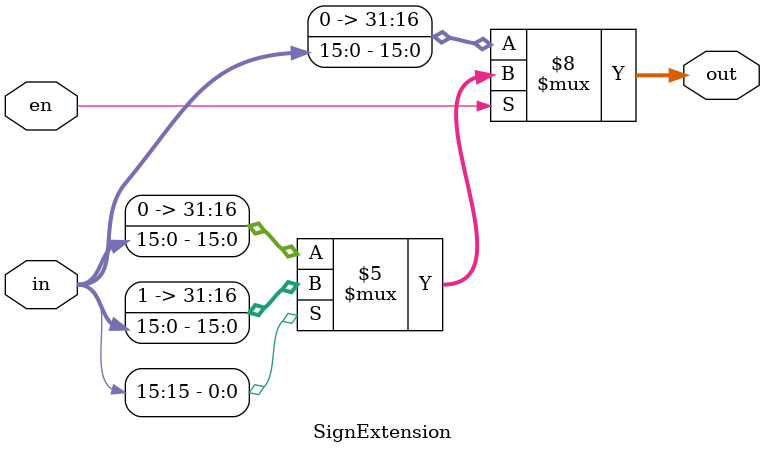
<source format=v>
`timescale 1ns / 1ps

module SignExtension(in, out, en);

    /* A 16-Bit input word */
    input [15:0] in;
    input en;
    
    /* A 32-Bit output word */
    output reg [31:0] out;
    
    /* Fill in the implementation here ... */
    
    always @(*) begin
        if(en == 1'b0) begin
            out <= {16'h0000, in[15:0]};
        end
        else begin
            if(in[15] == 1'b1) begin
                out <= {16'hFFFF, in[15:0]};
            end
            else begin
                out <= {16'h0000, in[15:0]};
            end
        end
    end

endmodule

</source>
